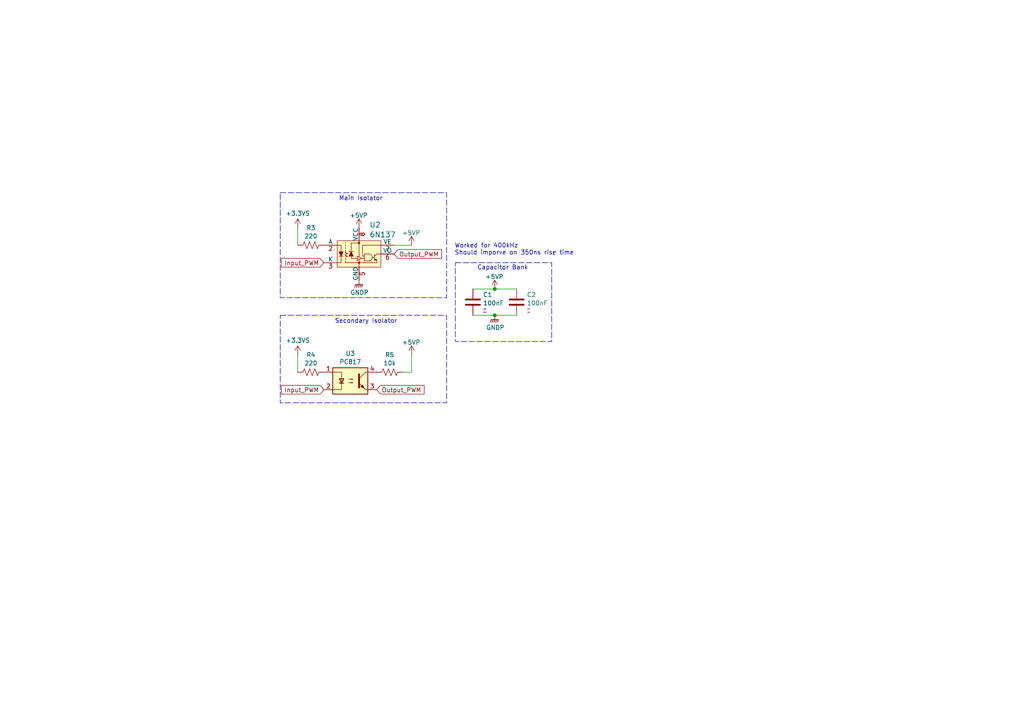
<source format=kicad_sch>
(kicad_sch (version 20231120) (generator "eeschema") (generator_version "8.0")
  (paper "A4")
  (title_block (title "OptoIsolation for Mobi-L") (date "2024-06-10") (comment 1 "Author: Srikar Bharadwaj R"))
  (lib_symbols
    (symbol "Device:R_US" (pin_numbers hide) (pin_names (offset 0))
      (property "Reference" "R" (at 2.54 0 90))
      (property "Value" "R_US" (at -2.54 0 90))
      (symbol "R_US_0_1"
        (polyline (pts (xy 0 -2.286) (xy 0 -2.54)))
        (polyline (pts (xy 0 2.286) (xy 0 2.54)))
        (polyline (pts (xy 0 -0.762) (xy 1.016 -1.143) (xy 0 -1.524) (xy -1.016 -1.905) (xy 0 -2.286)))
        (polyline (pts (xy 0 0.762) (xy 1.016 0.381) (xy 0 0) (xy -1.016 -0.381) (xy 0 -0.762)))
        (polyline (pts (xy 0 2.286) (xy 1.016 1.905) (xy 0 1.524) (xy -1.016 1.143) (xy 0 0.762)))
      )
      (symbol "R_US_1_1"
        (pin passive line (at 0 3.81 270) (length 1.27) (name "~") (number "1"))
        (pin passive line (at 0 -3.81 90) (length 1.27) (name "~") (number "2"))
      )
    )
    (symbol "Isolator:PC817" (pin_names (offset 1.016))
      (property "Reference" "U" (at -5.08 5.08 0))
      (property "Value" "PC817" (at 0 5.08 0))
      (symbol "PC817_0_1"
        (rectangle (start -5.08 3.81) (end 5.08 -3.81) (stroke (width 0.254)) (fill (type background)))
        (polyline (pts (xy -3.175 -0.635) (xy -1.905 -0.635)) (stroke (width 0.254)))
        (polyline (pts (xy 2.54 0.635) (xy 4.445 2.54)))
        (polyline (pts (xy 4.445 -2.54) (xy 2.54 -0.635)) (fill (type outline)))
        (polyline (pts (xy 4.445 -2.54) (xy 5.08 -2.54)))
        (polyline (pts (xy 4.445 2.54) (xy 5.08 2.54)))
        (polyline (pts (xy -5.08 2.54) (xy -2.54 2.54) (xy -2.54 -0.635)))
        (polyline (pts (xy -2.54 -0.635) (xy -2.54 -2.54) (xy -5.08 -2.54)))
        (polyline (pts (xy 2.54 1.905) (xy 2.54 -1.905) (xy 2.54 -1.905)) (stroke (width 0.508)))
        (polyline (pts (xy -2.54 -0.635) (xy -3.175 0.635) (xy -1.905 0.635) (xy -2.54 -0.635)) (stroke (width 0.254)))
        (polyline (pts (xy -0.508 -0.508) (xy 0.762 -0.508) (xy 0.381 -0.635) (xy 0.381 -0.381) (xy 0.762 -0.508)))
        (polyline (pts (xy -0.508 0.508) (xy 0.762 0.508) (xy 0.381 0.381) (xy 0.381 0.635) (xy 0.762 0.508)))
        (polyline (pts (xy 3.048 -1.651) (xy 3.556 -1.143) (xy 4.064 -2.159) (xy 3.048 -1.651) (xy 3.048 -1.651)) (fill (type outline)))
      )
      (symbol "PC817_1_1"
        (pin passive line (at -7.62 2.54 0) (length 2.54) (name "~") (number "1"))
        (pin passive line (at -7.62 -2.54 0) (length 2.54) (name "~") (number "2"))
        (pin passive line (at 7.62 -2.54 180) (length 2.54) (name "~") (number "3"))
        (pin passive line (at 7.62 2.54 180) (length 2.54) (name "~") (number "4"))
      )
    )
    (symbol "SparkFun-Capacitor:C" (pin_numbers hide) (pin_names (offset 0.254))
      (property "Reference" "C" (at 0.635 2.54 0))
      (property "Value" "C" (at 0.635 -2.54 0))
      (property "Tolerance" "~" (at 1.27 -5.08 0))
      (property "Voltage" "~" (at 1.27 -6.35 0))
      (symbol "C_0_1"
        (polyline (pts (xy -2.032 -0.762) (xy 2.032 -0.762)) (stroke (width 0.508)))
        (polyline (pts (xy -2.032 0.762) (xy 2.032 0.762)) (stroke (width 0.508)))
      )
      (symbol "C_1_1"
        (pin passive line (at 0 3.81 270) (length 2.794) (name "~") (number "1"))
        (pin passive line (at 0 -3.81 90) (length 2.794) (name "~") (number "2"))
      )
    )
    (symbol "dk_Optoisolators-Logic-Output:6N137" (pin_names (offset 0))
      (property "Reference" "U" (at -7.62 6.35 0))
      (property "Value" "6N137" (at 2.54 -6.35 0))
      (symbol "6N137_0_1"
        (rectangle (start -6.35 3.81) (end 6.35 -3.81) (fill (type background)))
        (polyline (pts (xy -5.842 -0.635) (xy -4.572 -0.635)))
        (polyline (pts (xy -3.937 -1.143) (xy -3.937 -1.524)))
        (polyline (pts (xy -3.937 -0.381) (xy -3.937 -0.762)))
        (polyline (pts (xy -3.937 0.381) (xy -3.937 0)))
        (polyline (pts (xy -3.937 1.143) (xy -3.937 0.762)))
        (polyline (pts (xy -3.937 1.905) (xy -3.937 1.524)))
        (polyline (pts (xy -3.937 2.667) (xy -3.937 2.286)))
        (polyline (pts (xy -3.937 3.429) (xy -3.937 3.048)))
        (polyline (pts (xy -3.429 -0.762) (xy -3.683 -0.762)))
        (polyline (pts (xy -3.429 0) (xy -3.683 0)))
        (polyline (pts (xy -2.921 0.635) (xy -1.651 0.635)))
        (polyline (pts (xy 0 -3.81) (xy 0 -2.54)))
        (polyline (pts (xy 0 -2.54) (xy 0 -1.651)))
        (polyline (pts (xy 0 3.81) (xy 0 -0.889)))
        (polyline (pts (xy 1.524 -1.27) (xy 0.762 -1.27)))
        (polyline (pts (xy 3.81 -1.016) (xy 4.445 -1.016)))
        (polyline (pts (xy 4.445 -1.397) (xy 5.207 -1.905)))
        (polyline (pts (xy 4.445 -0.635) (xy 5.207 0)))
        (polyline (pts (xy 4.445 -0.127) (xy 4.445 -1.905)))
        (polyline (pts (xy 5.207 -2.54) (xy 0 -2.54)))
        (polyline (pts (xy 5.207 -1.905) (xy 5.207 -2.54)))
        (polyline (pts (xy 6.35 0) (xy 5.207 0)))
        (polyline (pts (xy -5.207 -0.635) (xy -5.207 -2.54) (xy -6.35 -2.54)))
        (polyline (pts (xy -5.207 0.635) (xy -5.207 2.54) (xy -6.35 2.54)))
        (polyline (pts (xy -4.064 -0.127) (xy -3.429 -0.762) (xy -3.429 -0.508)))
        (polyline (pts (xy -4.064 0.635) (xy -3.429 0) (xy -3.429 0.254)))
        (polyline (pts (xy -0.508 -1.27) (xy -2.286 -1.27) (xy -2.286 -0.635)))
        (polyline (pts (xy 0 -2.54) (xy -3.937 -2.54) (xy -3.937 -2.032)))
        (polyline (pts (xy 0 3.175) (xy -2.286 3.175) (xy -2.286 0.635)))
        (polyline (pts (xy -5.842 0.635) (xy -4.572 0.635) (xy -5.207 -0.635) (xy -5.842 0.635)) (fill (type outline)))
        (polyline (pts (xy -2.921 -0.635) (xy -1.651 -0.635) (xy -2.286 0.635) (xy -2.921 -0.635)) (fill (type outline)))
        (polyline (pts (xy 0.762 -1.27) (xy -0.508 -0.635) (xy -0.508 -1.905) (xy 0.762 -1.27)))
        (polyline (pts (xy 1.524 -0.635) (xy 1.016 -0.635) (xy 1.016 2.54) (xy 6.35 2.54)))
        (polyline (pts (xy 2.794 0) (xy 1.524 0) (xy 1.524 -2.032) (xy 2.794 -2.032)))
        (polyline (pts (xy 5.08 -1.8034) (xy 4.9022 -1.4732) (xy 4.699 -1.8288) (xy 5.1054 -1.8288)) (fill (type outline)))
        (arc (start 2.794 -2.032) (mid 3.81 -1.016) (end 2.794 0))
      )
      (symbol "6N137_1_1"
        (circle (center 0 -2.54) (radius 0.2286) (fill (type outline)))
        (circle (center 0 3.2004) (radius 0.2286) (fill (type outline)))
        (pin no_connect line (at -5.08 7.62 270) (length 3.81) hide (name "NC") (number "1"))
        (pin passive line (at -10.16 2.54 0) (length 3.81) (name "A") (number "2"))
        (pin passive line (at -10.16 -2.54 0) (length 3.81) (name "K") (number "3"))
        (pin no_connect line (at -5.08 -7.62 90) (length 3.81) hide (name "NC") (number "4"))
        (pin power_in line (at 0 -7.62 90) (length 3.81) (name "GND") (number "5"))
        (pin output line (at 10.16 0 180) (length 3.81) (name "VO") (number "6"))
        (pin input line (at 10.16 2.54 180) (length 3.81) (name "VE") (number "7"))
        (pin power_in line (at 0 7.62 270) (length 3.81) (name "VCC") (number "8"))
      )
    )
    (symbol "power:+3.3V" (power) (pin_names (offset 0))
      (property "Value" "+3.3V" (at 0 3.556 0))
      (symbol "+3.3V_0_1"
        (polyline (pts (xy -0.762 1.27) (xy 0 2.54)))
        (polyline (pts (xy 0 0) (xy 0 2.54)))
        (polyline (pts (xy 0 2.54) (xy 0.762 1.27)))
      )
      (symbol "+3.3V_1_1"
        (pin power_in line (at 0 0 90) (length 0) hide (name "+3.3V") (number "1"))
      )
    )
    (symbol "power:+5V" (power) (pin_names (offset 0))
      (property "Value" "+5V" (at 0 3.556 0))
      (symbol "+5V_0_1"
        (polyline (pts (xy -0.762 1.27) (xy 0 2.54)))
        (polyline (pts (xy 0 0) (xy 0 2.54)))
        (polyline (pts (xy 0 2.54) (xy 0.762 1.27)))
      )
      (symbol "+5V_1_1"
        (pin power_in line (at 0 0 90) (length 0) hide (name "+5V") (number "1"))
      )
    )
    (symbol "power:GNDPWR" (power) (pin_names (offset 0))
      (property "Value" "GNDPWR" (at 0 -3.302 0))
      (symbol "GNDPWR_0_1"
        (polyline (pts (xy 0 -1.27) (xy 0 0)))
        (polyline (pts (xy -1.016 -1.27) (xy -1.27 -2.032) (xy -1.27 -2.032)) (stroke (width 0.2032)))
        (polyline (pts (xy -0.508 -1.27) (xy -0.762 -2.032) (xy -0.762 -2.032)) (stroke (width 0.2032)))
        (polyline (pts (xy 0 -1.27) (xy -0.254 -2.032) (xy -0.254 -2.032)) (stroke (width 0.2032)))
        (polyline (pts (xy 0.508 -1.27) (xy 0.254 -2.032) (xy 0.254 -2.032)) (stroke (width 0.2032)))
        (polyline (pts (xy 1.016 -1.27) (xy -1.016 -1.27) (xy -1.016 -1.27)) (stroke (width 0.2032)))
        (polyline (pts (xy 1.016 -1.27) (xy 0.762 -2.032) (xy 0.762 -2.032) (xy 0.762 -2.032)) (stroke (width 0.2032)))
      )
      (symbol "GNDPWR_1_1"
        (pin power_in line (at 0 0 270) (length 0) hide (name "GNDPWR") (number "1"))
      )
    )
  )
  (junction (at 143.51 83.82))
  (junction (at 143.51 91.44))
  (wire (pts (xy 86.36 102.87) (xy 86.36 107.95)))
  (wire (pts (xy 137.16 91.44) (xy 143.51 91.44)))
  (wire (pts (xy 119.38 107.95) (xy 116.84 107.95)))
  (wire (pts (xy 119.38 102.87) (xy 119.38 107.95)))
  (wire (pts (xy 143.51 91.44) (xy 149.86 91.44)))
  (wire (pts (xy 137.16 83.82) (xy 143.51 83.82)))
  (wire (pts (xy 114.3 71.12) (xy 119.38 71.12)))
  (wire (pts (xy 86.36 66.04) (xy 86.36 71.12)))
  (wire (pts (xy 143.51 83.82) (xy 149.86 83.82)))
  (rectangle (start 81.28 55.88) (end 129.54 86.36) (stroke (width 0) (type dash)))
  (rectangle (start 132.08 76.2) (end 160.02 99.06) (stroke (width 0) (type dash)))
  (rectangle (start 81.28 91.44) (end 129.54 116.84) (stroke (width 0) (type dash)))
  (text "Secondary Isolator" (at 106.172 93.218 0) (effects (font (size 1.27 1.27))))
  (text "Main Isolator" (at 104.648 57.658 0) (effects (font (size 1.27 1.27))))
  (text "Worked for 400kHz\nShould imporve on 350ns rise time" (at 131.826 72.39 0) (effects (font (size 1.27 1.27)) (justify left)))
  (text "Capacitor Bank" (at 145.796 77.724 0) (effects (font (size 1.27 1.27))))
  (global_label "Output_PWM" (shape input) (at 109.22 113.03 0) (property "Intersheetrefs" "${INTERSHEET_REFS}" (effects (hide yes))))
  (global_label "Input_PWM" (shape input) (at 93.98 113.03 180) (property "Intersheetrefs" "${INTERSHEET_REFS}" (effects (hide yes))))
  (global_label "Input_PWM" (shape input) (at 93.98 76.2 180) (property "Intersheetrefs" "${INTERSHEET_REFS}" (effects (hide yes))))
  (global_label "Output_PWM" (shape input) (at 114.3 73.66 0) (property "Intersheetrefs" "${INTERSHEET_REFS}" (effects (hide yes))))
  (symbol (lib_id "Device:R_US") (at 90.17 71.12 90) (unit 1) (in_bom no) (on_board no)
    (property "Reference" "R3" (at 90.17 66.0865 90))
    (property "Value" "220" (at 90.17 68.5108 90))
    (property "Description" "Resistor, US symbol" (effects (hide yes)))
  )
  (symbol (lib_id "SparkFun-Capacitor:C") (at 149.86 87.63 0) (unit 1) (in_bom no) (on_board no)
    (property "Reference" "C2" (at 152.781 85.4794 0) (effects (justify left)))
    (property "Value" "100nF" (at 152.781 87.9037 0) (effects (justify left)))
    (property "Footprint" "SparkFun-Capacitor:C_0603_1608Metric" (effects (hide yes)))
    (property "Datasheet" "[link text](https://cdn.sparkfun.com/assets/8/a/4/a/5/Kemet_Capacitor_Datasheet.pdf)" (effects (hide yes)))
    (property "Description" "Unpolarized capacitor" (effects (hide yes)))
    (property "PROD_ID" "CAP-00000" (effects (hide yes)))
    (property "Tolerance" "~" (at 152.781 89.5851 0) (effects (justify left)))
    (property "Voltage" "~" (at 152.781 90.5235 0) (effects (justify left)))
  )
  (symbol (lib_id "Isolator:PC817") (at 101.6 110.49 0) (unit 1) (in_bom no) (on_board no)
    (property "Reference" "U3" (at 101.6 102.5355 0))
    (property "Value" "PC817" (at 101.6 104.9598 0))
    (property "Footprint" "Package_DIP:DIP-4_W7.62mm" (effects (hide yes)))
    (property "Datasheet" "http://www.soselectronic.cz/a_info/resource/d/pc817.pdf" (effects (hide yes)))
    (property "Description" "DC Optocoupler, Vce 35V, CTR 50-300%, DIP-4" (effects (hide yes)))
  )
  (symbol (lib_id "Device:R_US") (at 90.17 107.95 90) (unit 1) (in_bom no) (on_board no)
    (property "Reference" "R4" (at 90.17 102.9165 90))
    (property "Value" "220" (at 90.17 105.3408 90))
    (property "Description" "Resistor, US symbol" (effects (hide yes)))
  )
  (symbol (lib_id "dk_Optoisolators-Logic-Output:6N137") (at 104.14 73.66 0) (unit 1) (in_bom no) (on_board no)
    (property "Reference" "U2" (at 107.1565 65.2196 0) (effects (font (size 1.524 1.524)) (justify left)))
    (property "Value" "6N137" (at 107.1565 68.0525 0) (effects (font (size 1.524 1.524)) (justify left)))
    (property "Footprint" "digikey-footprints:DIP-8_W7.62mm" (effects (hide yes)))
    (property "Datasheet" "https://media.digikey.com/pdf/Data%20Sheets/Lite-On%20PDFs/6N137%20Series.pdf" (effects (hide yes)))
    (property "Description" "OPTOISO 5KV 1CH OPEN COLL 8DIP" (effects (hide yes)))
    (property "Digi-Key_PN" "160-1791-ND" (effects (hide yes)))
    (property "MPN" "6N137" (effects (hide yes)))
    (property "Category" "Isolators" (effects (hide yes)))
    (property "Family" "Optoisolators - Logic Output" (effects (hide yes)))
    (property "DK_Datasheet_Link" "https://media.digikey.com/pdf/Data%20Sheets/Lite-On%20PDFs/6N137%20Series.pdf" (effects (hide yes)))
    (property "DK_Detail_Page" "/product-detail/en/lite-on-inc/6N137/160-1791-ND/1969175" (effects (hide yes)))
    (property "Description_1" "OPTOISO 5KV 1CH OPEN COLL 8DIP" (effects (hide yes)))
    (property "Manufacturer" "Lite-On Inc." (effects (hide yes)))
    (property "Status" "Active" (effects (hide yes)))
  )
  (symbol (lib_id "power:GNDPWR") (at 104.14 81.28 0) (unit 1) (in_bom no)
    (property "Reference" "#PWR07" (effects (hide yes)))
    (property "Value" "GNDP" (at 101.6 84.836 0) (effects (justify left)))
    (property "Description" "Power symbol creates a global label with name \"GNDPWR\" , Primary ground" (effects (hide yes)))
  )
  (symbol (lib_id "SparkFun-Capacitor:C") (at 137.16 87.63 0) (unit 1) (in_bom no) (on_board no)
    (property "Reference" "C1" (at 140.081 85.4794 0) (effects (justify left)))
    (property "Value" "100nF" (at 140.081 87.9037 0) (effects (justify left)))
    (property "Footprint" "SparkFun-Capacitor:C_0603_1608Metric" (effects (hide yes)))
    (property "Datasheet" "[link text](https://cdn.sparkfun.com/assets/8/a/4/a/5/Kemet_Capacitor_Datasheet.pdf)" (effects (hide yes)))
    (property "Description" "Unpolarized capacitor" (effects (hide yes)))
    (property "PROD_ID" "CAP-00000" (effects (hide yes)))
    (property "Tolerance" "~" (at 140.081 89.5851 0) (effects (justify left)))
    (property "Voltage" "~" (at 140.081 90.5235 0) (effects (justify left)))
  )
  (symbol (lib_id "power:+5V") (at 119.38 71.12 0) (unit 1) (in_bom no)
    (property "Reference" "#PWR06" (effects (hide yes)))
    (property "Value" "+5VP" (at 116.586 67.564 0) (effects (justify left)))
    (property "Description" "Power symbol creates a global label with name \"+5V\", Primary +5v" (effects (hide yes)))
  )
  (symbol (lib_id "power:GNDPWR") (at 143.51 91.44 0) (unit 1) (in_bom no)
    (property "Reference" "#PWR09" (effects (hide yes)))
    (property "Value" "GNDP" (at 140.97 94.996 0) (effects (justify left)))
    (property "Description" "Power symbol creates a global label with name \"GNDPWR\" , Primary ground" (effects (hide yes)))
  )
  (symbol (lib_id "power:+3.3V") (at 86.36 66.04 0) (unit 1) (in_bom no) (on_board no)
    (property "Reference" "#PWR04" (effects (hide yes)))
    (property "Value" "+3.3VS" (at 86.36 61.9069 0))
    (property "Description" "Power symbol creates a global label with name \"+3.3V\"" (effects (hide yes)))
  )
  (symbol (lib_id "power:+5V") (at 104.14 66.04 0) (unit 1) (in_bom no)
    (property "Reference" "#PWR05" (effects (hide yes)))
    (property "Value" "+5VP" (at 101.346 62.484 0) (effects (justify left)))
    (property "Description" "Power symbol creates a global label with name \"+5V\", Primary +5v" (effects (hide yes)))
  )
  (symbol (lib_id "power:+5V") (at 119.38 102.87 0) (unit 1) (in_bom no)
    (property "Reference" "#PWR011" (effects (hide yes)))
    (property "Value" "+5VP" (at 116.586 99.314 0) (effects (justify left)))
    (property "Description" "Power symbol creates a global label with name \"+5V\", Primary +5v" (effects (hide yes)))
  )
  (symbol (lib_id "Device:R_US") (at 113.03 107.95 90) (unit 1) (in_bom no) (on_board no)
    (property "Reference" "R5" (at 113.03 102.9165 90))
    (property "Value" "10k" (at 113.03 105.3408 90))
    (property "Description" "Resistor, US symbol" (effects (hide yes)))
  )
  (symbol (lib_id "power:+3.3V") (at 86.36 102.87 0) (unit 1) (in_bom no) (on_board no)
    (property "Reference" "#PWR010" (effects (hide yes)))
    (property "Value" "+3.3VS" (at 86.36 98.7369 0))
    (property "Description" "Power symbol creates a global label with name \"+3.3V\"" (effects (hide yes)))
  )
  (symbol (lib_id "power:+5V") (at 143.51 83.82 0) (unit 1) (in_bom no)
    (property "Reference" "#PWR08" (effects (hide yes)))
    (property "Value" "+5VP" (at 140.716 80.264 0) (effects (justify left)))
    (property "Description" "Power symbol creates a global label with name \"+5V\", Primary +5v" (effects (hide yes)))
  )
)
</source>
